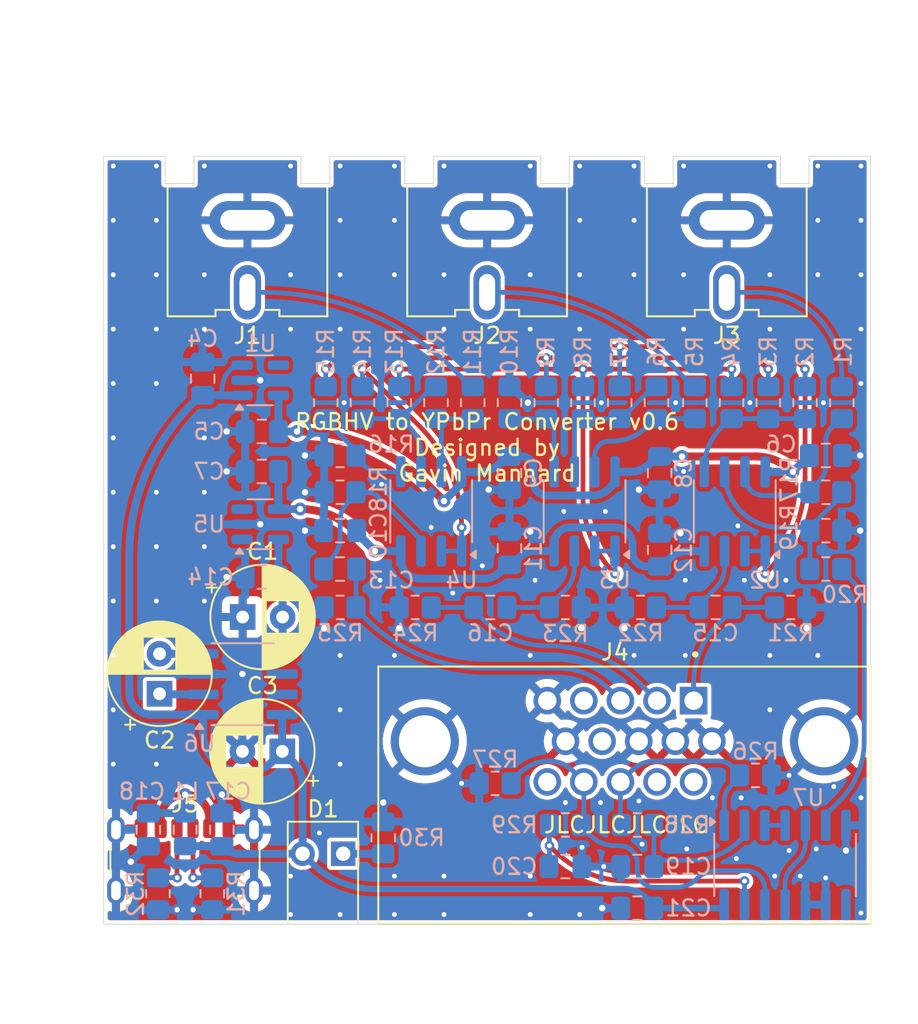
<source format=kicad_pcb>
(kicad_pcb (version 20241229) (generator "pcbnew") (generator_version "9.0")
  (title_block (title "RGBHV to YPbPr converter") (date "2025-05-28") (rev "v0.6"))
  (layers (0 "F.Cu" signal) (2 "B.Cu" signal) (13 "F.Paste" user) (15 "B.Paste" user) (5 "F.SilkS" user "F.Silkscreen") (7 "B.SilkS" user "B.Silkscreen") (1 "F.Mask" user) (3 "B.Mask" user) (25 "Edge.Cuts" user))
  (net 0 "")
  (net 1 "/B_IN")
  (net 2 "GND")
  (net 3 "Net-(U6-CAP+)")
  (net 4 "/G_IN")
  (net 5 "Net-(U6-CAP-)")
  (net 6 "+5V")
  (net 7 "/R_IN")
  (net 8 "Net-(C18-Pad1)")
  (net 9 "Net-(D1-K)")
  (net 10 "Net-(U4A-+)")
  (net 11 "Net-(U3A-+)")
  (net 12 "/VSYNC")
  (net 13 "/HSYNC")
  (net 14 "+3V0")
  (net 15 "/Y")
  (net 16 "/Pb")
  (net 17 "/Pr")
  (net 18 "-3V0")
  (net 19 "-5V")
  (net 20 "Net-(C19-Pad1)")
  (net 21 "Net-(C20-Pad1)")
  (net 27 "Net-(J5-CC2)")
  (net 28 "R_BUF")
  (net 29 "G_BUF")
  (net 30 "B_BUF")
  (net 31 "CSYNC")
  (net 32 "Net-(U3B-+)")
  (net 33 "Net-(U3B--)")
  (net 34 "Net-(U4B-+)")
  (net 35 "Net-(U4B--)")
  (net 36 "Net-(J5-CC1)")
  (net 37 "Net-(R1-Pad1)")
  (net 38 "Net-(U2A-+)")
  (net 39 "Net-(R5-Pad2)")
  (net 40 "Net-(R11-Pad2)")
  (net 41 "Net-(U2B-+)")
  (net 42 "Net-(U2B--)")
  (net 49 "Net-(U7-Pad3)")
  (net 50 "Net-(U7-Pad11)")
  (footprint "retro_gaming:CUI_RCJ-04x" (layer "F.Cu") (at 126.3 68.3 90)
    (property "Reference" "J1")
    (property "Value" "Pr")
  )
  (footprint "retro_gaming:CUI_RCJ-04x" (layer "F.Cu") (at 156.3 68.3 90)
    (property "Reference" "J3")
    (property "Value" "Y")
  )
  (footprint "retro_gaming:WP934" (layer "F.Cu") (at 131.025 111.9 90)
    (property "Reference" "D1")
    (property "Value" "WP934CB/ID")
  )
  (footprint "retro_gaming:AMPHENOL_L17HTHES4F1C" (layer "F.Cu") (at 149.895 104.87)
    (property "Reference" "J4")
    (property "Value" "DB15_Female_HighDensity_MountingHoles")
  )
  (footprint "retro_gaming:CUI_RCJ-04x" (layer "F.Cu") (at 141.3 68.3 90)
    (property "Reference" "J2")
    (property "Value" "Pb")
  )
  (footprint "Capacitor_THT:CP_Radial_D6.3mm_P2.50mm" (layer "F.Cu") (at 120.8 101.9 90)
    (property "Reference" "C2")
    (property "Value" "100u")
  )
  (footprint "Capacitor_THT:CP_Radial_D6.3mm_P2.50mm" (layer "F.Cu") (at 126 97.1)
    (property "Reference" "C1")
    (property "Value" "100u")
  )
  (footprint "Capacitor_THT:CP_Radial_D6.3mm_P2.50mm" (layer "F.Cu") (at 128.48238 105.5 180)
    (property "Reference" "C3")
    (property "Value" "100u")
  )
  (footprint "Connector_USB:USB_C_Receptacle_GCT_USB4125-xx-x-0190_6P_TopMnt_Horizontal" (layer "F.Cu") (at 122.391 113.4)
    (property "Reference" "J5")
    (property "Value" "USB_C_Receptacle_Power_Only")
  )
  (footprint "Package_SO:SOIC-8_3.9x4.9mm_P1.27mm" (layer "B.Cu") (at 156.8 90.5 90)
    (property "Reference" "U2")
    (property "Value" "LMH6612")
  )
  (footprint "Capacitor_SMD:C_0805_2012Metric_Pad1.18x1.45mm_HandSolder" (layer "B.Cu") (at 141.5 96.5 180)
    (property "Reference" "C16")
    (property "Value" "1u")
  )
  (footprint "Resistor_SMD:R_0805_2012Metric_Pad1.20x1.40mm_HandSolder" (layer "B.Cu") (at 154.3 83.7 -90)
    (property "Reference" "R5")
    (property "Value" "75")
  )
  (footprint "Capacitor_SMD:C_0805_2012Metric_Pad1.18x1.45mm_HandSolder" (layer "B.Cu") (at 124.7 110.4 90)
    (property "Reference" "C17")
    (property "Value" "1u")
  )
  (footprint "Capacitor_SMD:C_0805_2012Metric_Pad1.18x1.45mm_HandSolder" (layer "B.Cu") (at 146.2 112.7)
    (property "Reference" "C20")
    (property "Value" "1u")
  )
  (footprint "Resistor_SMD:R_0805_2012Metric_Pad1.20x1.40mm_HandSolder" (layer "B.Cu") (at 142.7 83.7 -90)
    (property "Reference" "R10")
    (property "Value" "1k")
  )
  (footprint "Resistor_SMD:R_0805_2012Metric_Pad1.20x1.40mm_HandSolder" (layer "B.Cu") (at 140.4 83.7 -90)
    (property "Reference" "R11")
    (property "Value" "75")
  )
  (footprint "Package_SO:SOIC-8_3.9x4.9mm_P1.27mm" (layer "B.Cu") (at 137.8 90.5 90)
    (property "Reference" "U4")
    (property "Value" "LMH6612")
  )
  (footprint "Resistor_SMD:R_0805_2012Metric_Pad1.20x1.40mm_HandSolder" (layer "B.Cu") (at 141.8 107.5 180)
    (property "Reference" "R27")
    (property "Value" "2.2k")
  )
  (footprint "Resistor_SMD:R_0805_2012Metric_Pad1.20x1.40mm_HandSolder" (layer "B.Cu") (at 133.5 83.7 -90)
    (property "Reference" "R14")
    (property "Value" "3.48k")
  )
  (footprint "Inductor_SMD:L_0805_2012Metric_Pad1.15x1.40mm_HandSolder" (layer "B.Cu") (at 122.4 110.4 -90)
    (property "Reference" "L1")
    (property "Value" "1k @ 100 kHz")
  )
  (footprint "Package_SO:SOIC-8_3.9x4.9mm_P1.27mm" (layer "B.Cu") (at 147.4 90.5 90)
    (property "Reference" "U3")
    (property "Value" "LMH6612")
  )
  (footprint "Capacitor_SMD:C_0805_2012Metric_Pad1.18x1.45mm_HandSolder" (layer "B.Cu") (at 127.2 88 180)
    (property "Reference" "C7")
    (property "Value" "10u")
  )
  (footprint "Resistor_SMD:R_0805_2012Metric_Pad1.20x1.40mm_HandSolder" (layer "B.Cu") (at 135.8 83.7 -90)
    (property "Reference" "R13")
    (property "Value" "665")
  )
  (footprint "Resistor_SMD:R_0805_2012Metric_Pad1.20x1.40mm_HandSolder" (layer "B.Cu") (at 156.6 83.7 -90)
    (property "Reference" "R4")
    (property "Value" "549")
  )
  (footprint "Resistor_SMD:R_0805_2012Metric_Pad1.20x1.40mm_HandSolder" (layer "B.Cu") (at 131.2 83.7 -90)
    (property "Reference" "R15")
    (property "Value" "1k")
  )
  (footprint "Capacitor_SMD:C_0805_2012Metric_Pad1.18x1.45mm_HandSolder" (layer "B.Cu") (at 132.1 94.1)
    (property "Reference" "C13")
    (property "Value" "1u")
  )
  (footprint "Capacitor_SMD:C_0805_2012Metric_Pad1.18x1.45mm_HandSolder" (layer "B.Cu") (at 155.6 96.5)
    (property "Reference" "C15")
    (property "Value" "1u")
  )
  (footprint "Resistor_SMD:R_0805_2012Metric_Pad1.20x1.40mm_HandSolder" (layer "B.Cu") (at 147.3 83.7 -90)
    (property "Reference" "R8")
    (property "Value" "845")
  )
  (footprint "Resistor_SMD:R_0805_2012Metric_Pad1.20x1.40mm_HandSolder" (layer "B.Cu") (at 134.8 110.9 -90)
    (property "Reference" "R30")
    (property "Value" "1k")
  )
  (footprint "Capacitor_SMD:C_0805_2012Metric_Pad1.18x1.45mm_HandSolder" (layer "B.Cu") (at 150.7 112.7 180)
    (property "Reference" "C19")
    (property "Value" "1u" (hide yes))
  )
  (footprint "Resistor_SMD:R_0805_2012Metric_Pad1.20x1.40mm_HandSolder" (layer "B.Cu") (at 163.5 83.7 90)
    (property "Reference" "R1")
    (property "Value" "75")
  )
  (footprint "Resistor_SMD:R_0805_2012Metric_Pad1.20x1.40mm_HandSolder" (layer "B.Cu") (at 162.5 94.1 180)
    (property "Reference" "R20")
    (property "Value" "4.64k")
  )
  (footprint "Resistor_SMD:R_0805_2012Metric_Pad1.20x1.40mm_HandSolder" (layer "B.Cu") (at 132.1 96.5 180)
    (property "Reference" "R25")
    (property "Value" "75")
  )
  (footprint "Resistor_SMD:R_0805_2012Metric_Pad1.20x1.40mm_HandSolder" (layer "B.Cu") (at 150.7 110.1 180)
    (property "Reference" "R28")
    (property "Value" "10k")
  )
  (footprint "Resistor_SMD:R_0805_2012Metric_Pad1.20x1.40mm_HandSolder" (layer "B.Cu") (at 162.5 91.7)
    (property "Reference" "R19")
    (property "Value" "634")
  )
  (footprint "Resistor_SMD:R_0805_2012Metric_Pad1.20x1.40mm_HandSolder" (layer "B.Cu") (at 132.1 89.3 180)
    (property "Reference" "R18")
    (property "Value" "100k")
  )
  (footprint "Resistor_SMD:R_0805_2012Metric_Pad1.20x1.40mm_HandSolder" (layer "B.Cu") (at 136.8 96.5 180)
    (property "Reference" "R24")
    (property "Value" "75")
  )
  (footprint "Capacitor_SMD:C_0805_2012Metric_Pad1.18x1.45mm_HandSolder" (layer "B.Cu") (at 162.5 87)
    (property "Reference" "C6")
    (property "Value" "0.1u")
  )
  (footprint "Resistor_SMD:R_0805_2012Metric_Pad1.20x1.40mm_HandSolder" (layer "B.Cu") (at 161.2 83.7 -90)
    (property "Reference" "R2")
    (property "Value" "1.07k")
  )
  (footprint "Capacitor_SMD:C_0805_2012Metric_Pad1.18x1.45mm_HandSolder" (layer "B.Cu") (at 152.1 92.9 -90)
    (property "Reference" "C12")
    (property "Value" "0.1u")
  )
  (footprint "Package_SO:SOIC-8_3.9x4.9mm_P1.27mm" (layer "B.Cu") (at 126 101.3)
    (property "Reference" "U6")
    (property "Value" "LM2660")
  )
  (footprint "Resistor_SMD:R_0805_2012Metric_Pad1.20x1.40mm_HandSolder" (layer "B.Cu") (at 151.9 83.7 -90)
    (property "Reference" "R6")
    (property "Value" "560")
  )
  (footprint "Resistor_SMD:R_0805_2012Metric_Pad1.20x1.40mm_HandSolder" (layer "B.Cu") (at 158.1 107)
    (property "Reference" "R26")
    (property "Value" "2.2k")
  )
  (footprint "Capacitor_SMD:C_0805_2012Metric_Pad1.18x1.45mm_HandSolder" (layer "B.Cu") (at 123.5 82.2 90)
    (property "Reference" "C4")
    (property "Value" "1u")
  )
  (footprint "Resistor_SMD:R_0805_2012Metric_Pad1.20x1.40mm_HandSolder" (layer "B.Cu") (at 162.5 89.3 180)
    (property "Reference" "R17")
    (property "Value" "560")
  )
  (footprint "Capacitor_SMD:C_0805_2012Metric_Pad1.18x1.45mm_HandSolder" (layer "B.Cu") (at 120.1 110.4 -90)
    (property "Reference" "C18")
    (property "Value" "0.1u")
  )
  (footprint "Resistor_SMD:R_0805_2012Metric_Pad1.20x1.40mm_HandSolder" (layer "B.Cu") (at 145 83.7 -90)
    (property "Reference" "R9")
    (property "Value" "1k")
  )
  (footprint "Package_TO_SOT_SMD:SOT-23-5" (layer "B.Cu") (at 127.1 91.3)
    (property "Reference" "U5")
    (property "Value" "MIC5270-3.0YM5")
  )
  (footprint "Capacitor_SMD:C_0805_2012Metric_Pad1.18x1.45mm_HandSolder" (layer "B.Cu") (at 152.1 88.1 -90)
    (property "Reference" "C8")
    (property "Value" "0.1u")
  )
  (footprint "Capacitor_SMD:C_0805_2012Metric_Pad1.18x1.45mm_HandSolder" (layer "B.Cu") (at 127.2 85.5 180)
    (property "Reference" "C5")
    (property "Value" "1u")
  )
  (footprint "Resistor_SMD:R_0805_2012Metric_Pad1.20x1.40mm_HandSolder" (layer "B.Cu") (at 160.3 96.5)
    (property "Reference" "R21")
    (property "Value" "75")
  )
  (footprint "Resistor_SMD:R_0805_2012Metric_Pad1.20x1.40mm_HandSolder" (layer "B.Cu") (at 132.1 87)
    (property "Reference" "R16")
    (property "Value" "1k")
  )
  (footprint "Resistor_SMD:R_0805_2012Metric_Pad1.20x1.40mm_HandSolder" (layer "B.Cu") (at 124.1 114.4 -90)
    (property "Reference" "R31")
    (property "Value" "5.1k")
  )
  (footprint "Resistor_SMD:R_0805_2012Metric_Pad1.20x1.40mm_HandSolder" (layer "B.Cu") (at 149.6 83.7 -90)
    (property "Reference" "R7")
    (property "Value" "1.65k")
  )
  (footprint "Capacitor_SMD:C_0805_2012Metric_Pad1.18x1.45mm_HandSolder" (layer "B.Cu") (at 142.7 92.8 -90)
    (property "Reference" "C11")
    (property "Value" "0.1u")
  )
  (footprint "Capacitor_SMD:C_0805_2012Metric_Pad1.18x1.45mm_HandSolder" (layer "B.Cu") (at 150.7 115.3 180)
    (property "Reference" "C21")
    (property "Value" "0.1u")
  )
  (footprint "Resistor_SMD:R_0805_2012Metric_Pad1.20x1.40mm_HandSolder" (layer "B.Cu") (at 138.1 83.7 -90)
    (property "Reference" "R12")
    (property "Value" "560")
  )
  (footprint "Capacitor_SMD:C_0805_2012Metric_Pad1.18x1.45mm_HandSolder" (layer "B.Cu") (at 132.1 91.7)
    (property "Reference" "C10")
    (property "Value" "0.1u")
  )
  (footprint "Resistor_SMD:R_0805_2012Metric_Pad1.20x1.40mm_HandSolder" (layer "B.Cu") (at 146.2 110.1)
    (property "Reference" "R29")
    (property "Value" "10k")
  )
  (footprint "Resistor_SMD:R_0805_2012Metric_Pad1.20x1.40mm_HandSolder" (layer "B.Cu") (at 158.9 83.7 -90)
    (property "Reference" "R3")
    (property "Value" "2.94k")
  )
  (footprint "Resistor_SMD:R_0805_2012Metric_Pad1.20x1.40mm_HandSolder" (layer "B.Cu") (at 146.2 96.5)
    (property "Reference" "R23")
    (property "Value" "100k")
  )
  (footprint "Capacitor_SMD:C_0805_2012Metric_Pad1.18x1.45mm_HandSolder" (layer "B.Cu") (at 127.2 94.6 180)
    (property "Reference" "C14")
    (property "Value" "1u")
  )
  (footprint "Package_TO_SOT_SMD:TSOT-23-5" (layer "B.Cu") (at 127.1 82.3)
    (property "Reference" "U1")
    (property "Value" "MIC5365-3.0YD5")
  )
  (footprint "Resistor_SMD:R_0805_2012Metric_Pad1.20x1.40mm_HandSolder" (layer "B.Cu") (at 120.7 114.4 -90)
    (property "Reference" "R32")
    (property "Value" "5.1k")
  )
  (footprint "Package_SO:SOIC-14_3.9x8.7mm_P1.27mm" (layer "B.Cu") (at 159.95 112.6 -90)
    (property "Reference" "U7")
    (property "Value" "74HCT86")
  )
  (footprint "Resistor_SMD:R_0805_2012Metric_Pad1.20x1.40mm_HandSolder" (layer "B.Cu") (at 150.9 96.5 180)
    (property "Reference" "R22")
    (property "Value" "100k")
  )
  (footprint "Capacitor_SMD:C_0805_2012Metric_Pad1.18x1.45mm_HandSolder" (layer "B.Cu") (at 142.7 88.1 -90)
    (property "Reference" "C9")
    (property "Value" "0.1u")
  )
  (gr_line (start 165.3 116.3) (end 117.3 116.3) (stroke (width 0.05)) (layer "Edge.Cuts"))
  (gr_line (start 117.3 116.3) (end 117.3 68.3) (stroke (width 0.05)) (layer "Edge.Cuts"))
  (gr_line (start 151.15 68.3) (end 151.15 70) (stroke (width 0.05)) (layer "Edge.Cuts"))
  (gr_line (start 165.3 68.3) (end 165.3 116.3) (stroke (width 0.05)) (layer "Edge.Cuts"))
  (gr_line (start 161.45 68.3) (end 161.45 70) (stroke (width 0.05)) (layer "Edge.Cuts"))
  (gr_line (start 144.65 70) (end 146.45 70) (stroke (width 0.05)) (layer "Edge.Cuts"))
  (gr_line (start 121.15 68.3) (end 121.15 70) (stroke (width 0.05)) (layer "Edge.Cuts"))
  (gr_line (start 137.95 70) (end 137.95 68.3) (stroke (width 0.05)) (layer "Edge.Cuts"))
  (gr_line (start 137.95 68.3) (end 144.65 68.3) (stroke (width 0.05)) (layer "Edge.Cuts"))
  (gr_line (start 121.15 70) (end 122.95 70) (stroke (width 0.05)) (layer "Edge.Cuts"))
  (gr_line (start 159.65 70) (end 159.65 68.3) (stroke (width 0.05)) (layer "Edge.Cuts"))
  (gr_line (start 122.95 70) (end 122.95 68.3) (stroke (width 0.05)) (layer "Edge.Cuts"))
  (gr_line (start 151.15 70) (end 152.95 70) (stroke (width 0.05)) (layer "Edge.Cuts"))
  (gr_line (start 159.65 70) (end 161.45 70) (stroke (width 0.05)) (layer "Edge.Cuts"))
  (gr_line (start 146.45 70) (end 146.45 68.3) (stroke (width 0.05)) (layer "Edge.Cuts"))
  (gr_line (start 161.45 68.3) (end 165.3 68.3) (stroke (width 0.05)) (layer "Edge.Cuts"))
  (gr_line (start 146.45 68.3) (end 151.15 68.3) (stroke (width 0.05)) (layer "Edge.Cuts"))
  (gr_line (start 117.3 68.3) (end 121.15 68.3) (stroke (width 0.05)) (layer "Edge.Cuts"))
  (gr_line (start 122.95 68.3) (end 129.65 68.3) (stroke (width 0.05)) (layer "Edge.Cuts"))
  (gr_line (start 129.65 70) (end 131.45 70) (stroke (width 0.05)) (layer "Edge.Cuts"))
  (gr_line (start 136.15 70) (end 137.95 70) (stroke (width 0.05)) (layer "Edge.Cuts"))
  (gr_line (start 152.95 68.3) (end 159.65 68.3) (stroke (width 0.05)) (layer "Edge.Cuts"))
  (gr_line (start 136.15 68.3) (end 136.15 70) (stroke (width 0.05)) (layer "Edge.Cuts"))
  (gr_line (start 129.65 68.3) (end 129.65 70) (stroke (width 0.05)) (layer "Edge.Cuts"))
  (gr_line (start 144.65 68.3) (end 144.65 70) (stroke (width 0.05)) (layer "Edge.Cuts"))
  (gr_line (start 152.95 70) (end 152.95 68.3) (stroke (width 0.05)) (layer "Edge.Cuts"))
  (gr_line (start 131.45 68.3) (end 136.15 68.3) (stroke (width 0.05)) (layer "Edge.Cuts"))
  (gr_line (start 131.45 70) (end 131.45 68.3) (stroke (width 0.05)) (layer "Edge.Cuts"))
  (gr_text "RGBHV to YPbPr Converter v0.6\nDesigned by\nGavin Mannard" (at 141.3 88.7 0) (layer "F.SilkS") (effects (font (size 1 1)) (justify bottom)))
  (gr_text "JLCJLCJLCJLC" (at 150 110.1 0) (layer "F.SilkS") (effects (font (size 1 1))))
  (segment (start 133.1 96.6) (end 133.664489 97.164489) (width 0.3) (layer "B.Cu") (net 1))
  (segment (start 133.1 96.5) (end 133.1 94.1375) (width 0.3) (layer "B.Cu") (net 1))
  (segment (start 133.1 94.1375) (end 133.1375 94.1) (width 0.3) (layer "B.Cu") (net 1))
  (segment (start 141.234282 100.3) (end 145.766582 100.3) (width 0.3) (layer "B.Cu") (net 1))
  (segment (start 133.1 96.5) (end 133.1 96.6) (width 0.3) (layer "B.Cu") (net 1))
  (segment (start 148.922028 101.607028) (end 149.645 102.33) (width 0.3) (layer "B.Cu") (net 1))
  (arc (start 133.664489 97.164489) (mid 137.13754 99.485107) (end 141.234282 100.3) (width 0.3) (layer "B.Cu") (net 1))
  (arc (start 145.766582 100.3) (mid 147.474297 100.639686) (end 148.922028 101.607028) (width 0.3) (layer "B.Cu") (net 1))
  (via (at 159.3 113.3) (size 0.6) (drill 0.3) (layers "F.Cu" "B.Cu") (net 2))
  (via (at 148.5 115.3) (size 0.8) (drill 0.4) (layers "F.Cu" "B.Cu") (net 2))
  (via (at 123.6 85.9) (size 0.6) (drill 0.3) (layers "F.Cu" "B.Cu") (net 2))
  (via (at 123.6 89.3) (size 0.6) (drill 0.3) (layers "F.Cu" "B.Cu") (net 2))
  (via (at 161.9 111.6) (size 0.6) (drill 0.3) (layers "F.Cu" "B.Cu") (net 2))
  (via (at 160.2 111.7) (size 0.6) (drill 0.3) (layers "F.Cu" "B.Cu") (net 2))
  (via (at 120.6 96.1) (size 0.6) (drill 0.3) (layers "F.Cu" "B.Cu") (net 2))
  (via (at 161.3 97.8) (size 0.8) (drill 0.4) (layers "F.Cu" "B.Cu") (net 2))
  (via (at 119 112.4) (size 0.8) (drill 0.4) (layers "F.Cu" "B.Cu") (net 2))
  (via (at 144 113.3) (size 0.6) (drill 0.3) (layers "F.Cu" "B.Cu") (net 2))
  (via (at 123.6 75.7) (size 0.6) (drill 0.3) (layers "F.Cu" "B.Cu") (net 2))
  (via (at 162.35 83.7) (size 0.6) (drill 0.3) (layers "F.Cu" "B.Cu") (net 2))
  (via (at 138.6 113.3) (size 0.6) (drill 0.3) (layers "F.Cu" "B.Cu") (net 2))
  (via (at 153.4 91.8625) (size 0.8) (drill 0.4) (layers "F.Cu" "B.Cu") (net 2))
  (via (at 127.1 91.3) (size 0.8) (drill 0.4) (layers "F.Cu" "B.Cu") (net 2))
  (via (at 129 115.7) (size 0.6) (drill 0.3) (layers "F.Cu" "B.Cu") (net 2))
  (via (at 123.6 79.1) (size 0.6) (drill 0.3) (layers "F.Cu" "B.Cu") (net 2))
  (via (at 138.6 79.1) (size 0.6) (drill 0.3) (layers "F.Cu" "B.Cu") (net 2))
  (via (at 125 88) (size 0.8) (drill 0.4) (layers "F.Cu" "B.Cu") (net 2))
  (via (at 148.45 83.7) (size 0.6) (drill 0.3) (layers "F.Cu" "B.Cu") (net 2))
  (via (at 135.5 68.9) (size 0.6) (drill 0.3) (layers "F.Cu" "B.Cu") (net 2))
  (via (at 148.4 108.7) (size 0.6) (drill 0.3) (layers "F.Cu" "B.Cu") (net 2))
  (via (at 129 75.7) (size 0.6) (drill 0.3) (layers "F.Cu" "B.Cu") (net 2))
  (via (at 141.4 89.1375) (size 0.8) (drill 0.4) (layers "F.Cu" "B.Cu") (net 2))
  (via (at 120.6 89.3) (size 0.6) (drill 0.3) (layers "F.Cu" "B.Cu") (net 2))
  (via (at 117.9 72.3) (size 0.6) (drill 0.3) (layers "F.Cu" "B.Cu") (net 2))
  (via (at 162.49 113.41) (size 0.6) (drill 0.3) (layers "F.Cu" "B.Cu") (net 2))
  (via (at 117.9 96.1) (size 0.6) (drill 0.3) (layers "F.Cu" "B.Cu") (net 2))
  (via (at 132.1 99.5) (size 0.6) (drill 0.3) (layers "F.Cu" "B.Cu") (net 2))
  (via (at 156.9 112.2) (size 0.6) (drill 0.3) (layers "F.Cu" "B.Cu") (net 2))
  (via (at 144 91.7625) (size 0.8) (drill 0.4) (layers "F.Cu" "B.Cu") (net 2))
  (via (at 159 102.9) (size 0.6) (drill 0.3) (layers "F.Cu" "B.Cu") (net 2))
  (via (at 163 107.7) (size 0.6) (drill 0.3) (layers "F.Cu" "B.Cu") (net 2))
  (via (at 117.9 89.3) (size 0.6) (drill 0.3) (layers "F.Cu" "B.Cu") (net 2))
  (via (at 135.5 115.7) (size 0.6) (drill 0.3) (layers "F.Cu" "B.Cu") (net 2))
  (via (at 132.1 75.7) (size 0.6) (drill 0.3) (layers "F.Cu" "B.Cu") (net 2))
  (via (at 125.98238 100.665) (size 0.8) (drill 0.4) (layers "F.Cu" "B.Cu") (net 2))
  (via (at 123.6 92.7) (size 0.6) (drill 0.3) (layers "F.Cu" "B.Cu") (net 2))
  (via (at 120.6 106.3) (size 0.6) (drill 0.3) (layers "F.Cu" "B.Cu") (net 2))
  (via (at 134.6 94.8) (size 0.6) (drill 0.3) (layers "F.Cu" "B.Cu") (net 2))
  (via (at 124.7 108.2) (size 0.8) (drill 0.4) (layers "F.Cu" "B.Cu") (net 2))
  (via (at 138.6 68.9) (size 0.6) (drill 0.3) (layers "F.Cu" "B.Cu") (net 2))
  (via (at 129 113.3) (size 0.6) (drill 0.3) (layers "F.Cu" "B.Cu") (net 2))
  (via (at 153.8 111.6) (size 0.6) (drill 0.3) (layers "F.Cu" "B.Cu") (net 2))
  (via (at 135.5 72.3) (size 0.6) (drill 0.3) (layers "F.Cu" "B.Cu") (net 2))
  (via (at 147.1 72.3) (size 0.6) (drill 0.3) (layers "F.Cu" "B.Cu") (net 2))
  (via (at 164.7 75.7) (size 0.6) (drill 0.3) (layers "F.Cu" "B.Cu") (net 2))
  (via (at 147.2375 111.5) (size 0.6) (drill 0.3) (layers "F.Cu" "B.Cu") (net 2))
  (via (at 153.6 79.1) (size 0.6) (drill 0.3) (layers "F.Cu" "B.Cu") (net 2))
  (via (at 120.6 82.5) (size 0.6) (drill 0.3) (layers "F.Cu" "B.Cu") (net 2))
  (via (at 135.5 75.7) (size 0.6) (drill 0.3) (layers "F.Cu" "B.Cu") (net 2))
  (via (at 159 99.5) (size 0.6) (drill 0.3) (layers "F.Cu" "B.Cu") (net 2))
  (via (at 153.7 99.5) (size 0.6) (drill 0.3) (layers "F.Cu" "B.Cu") (net 2))
  (via (at 150.8 108.6) (size 0.6) (drill 0.3) (layers "F.Cu" "B.Cu") (net 2))
  (via (at 144 75.7) (size 0.6) (drill 0.3) (layers "F.Cu" "B.Cu") (net 2))
  (via (at 144 68.9) (size 0.6) (drill 0.3) (layers "F.Cu" "B.Cu") (net 2))
  (via (at 122.9 115.4) (size 0.6858) (drill 0.3302) (layers "F.Cu" "B.Cu") (net 2))
  (via (at 162 99.5) (size 0.6) (drill 0.3) (layers "F.Cu" "B.Cu") (net 2))
  (via (at 134.7 88.8) (size 0.6) (drill 0.3) (layers "F.Cu" "B.Cu") (net 2))
  (via (at 132.1 79.1) (size 0.6) (drill 0.3) (layers "F.Cu" "B.Cu") (net 2))
  (via (at 129 79.1) (size 0.6) (drill 0.3) (layers "F.Cu" "B.Cu") (net 2))
  (via (at 139.15 95.6) (size 0.6) (drill 0.3) (layers "F.Cu" "B.Cu") (net 2))
  (via (at 157.75 83.7) (size 0.6) (drill 0.3) (layers "F.Cu" "B.Cu") (net 2))
  (via (at 132.1 102.9) (size 0.6) (drill 0.3) (layers "F.Cu" "B.Cu") (net 2))
  (via (at 127.1 82.3) (size 0.8) (drill 0.4) (layers "F.Cu" "B.Cu") (net 2))
  (via (at 117.9 106.3) (size 0.6) (drill 0.3) (layers "F.Cu" "B.Cu") (net 2))
  (via (at 117.9 82.5) (size 0.6) (drill 0.3) (layers "F.Cu" "B.Cu") (net 2))
  (via (at 123.6 68.9) (size 0.6) (drill 0.3) (layers "F.Cu" "B.Cu") (net 2))
  (via (at 144 115.7) (size 0.6) (drill 0.3) (layers "F.Cu" "B.Cu") (net 2))
  (via (at 150.5 72.3) (size 0.6) (drill 0.3) (layers "F.Cu" "B.Cu") (net 2))
  (via (at 141 93.9) (size 0.6) (drill 0.3) (layers "F.Cu" "B.Cu") (net 2))
  (via (at 153.7 94.8) (size 0.6) (drill 0.3) (layers "F.Cu" "B.Cu") (net 2))
  (via (at 117.9 92.7) (size 0.6) (drill 0.3) (layers "F.Cu" "B.Cu") (net 2))
  (via (at 157.4 94.8) (size 0.6) (drill 0.3) (layers "F.Cu" "B.Cu") (net 2))
  (via (at 117.9 102.9) (size 0.6) (drill 0.3) (layers "F.Cu" "B.Cu") (net 2))
  (via (at 135.5 113.3) (size 0.6) (drill 0.3) (layers "F.Cu" "B.Cu") (net 2))
  (via (at 164.7 115.6) (size 0.6) (drill 0.3) (layers "F.Cu" "B.Cu") (net 2))
  (via (at 129.9 89.3) (size 0.8) (drill 0.4) (layers "F.Cu" "B.Cu") (net 2))
  (via (at 157 91.4) (size 0.6) (drill 0.3) (layers "F.Cu" "B.Cu") (net 2))
  (via (at 129 68.9) (size 0.6) (drill 0.3) (layers "F.Cu" "B.Cu") (net 2))
  (via (at 148.6 112.7) (size 0.6) (drill 0.3) (layers "F.Cu" "B.Cu") (net 2))
  (via (at 155.4 108.4) (size 0.6) (drill 0.3) (layers "F.Cu" "B.Cu") (net 2))
  (via (at 153.1 83.7) (size 0.6) (drill 0.3) (layers "F.Cu" "B.Cu") (net 2))
  (via (at 147.1 75.7) (size 0.6) (drill 0.3) (layers "F.Cu" "B.Cu") (net 2))
  (via (at 120.6 92.7) (size 0.6) (drill 0.3) (layers "F.Cu" "B.Cu") (net 2))
  (via (at 132.1 72.3) (size 0.6) (drill 0.3) (layers "F.Cu" "B.Cu") (net 2))
  (via (at 132.1 68.9) (size 0.6) (drill 0.3) (layers "F.Cu" "B.Cu") (net 2))
  (via (at 137.8 91.5) (size 0.6) (drill 0.3) (layers "F.Cu" "B.Cu") (net 2))
  (via (at 135.8 97.8) (size 0.8) (drill 0.4) (layers "F.Cu" "B.Cu") (net 2))
  (via (at 129.9 87) (size 0.8) (drill 0.4) (layers "F.Cu" "B.Cu") (net 2))
  (via (at 150.5 68.9) (size 0.6) (drill 0.3) (layers "F.Cu" "B.Cu") (net 2))
  (via (at 160 94.8) (size 0.6) (drill 0.3) (layers "F.Cu" "B.Cu") (net 2))
  (via (at 135.5 99.5) (size 0.6) (drill 0.3) (layers "F.Cu" "B.Cu") (net 2))
  (via (at 159 79.1) (size 0.6) (drill 0.3) (layers "F.Cu" "B.Cu") (net 2))
  (via (at 159 75.7) (size 0.6) (drill 0.3) (layers "F.Cu" "B.Cu") (net 2))
  (via (at 123.6 96.1) (size 0.6) (drill 0.3) (layers "F.Cu" "B.Cu") (net 2))
  (via (at 164.65 91.7) (size 0.8) (drill 0.4) (layers "F.Cu" "B.Cu") (net 2))
  (via (at 132.35 83.7) (size 0.6) (drill 0.3) (layers "F.Cu" "B.Cu") (net 2))
  (via (at 144 99.5) (size 0.6) (drill 0.3) (layers "F.Cu" "B.Cu") (net 2))
  (via (at 164.7 72.3) (size 0.6) (drill 0.3) (layers "F.Cu" "B.Cu") (net 2))
  (via (at 125 85.5) (size 0.8) (drill 0.4) (layers "F.Cu" "B.Cu") (net 2))
  (via (at 144.3 94.8) (size 0.6) (drill 0.3) (layers "F.Cu" "B.Cu") (net 2))
  (via (at 149.9 97.8) (size 0.8) (drill 0.4) (layers "F.Cu" "B.Cu") (net 2))
  (via (at 143.85 83.7) (size 0.8) (drill 0.4) (layers "F.Cu" "B.Cu") (net 2))
  (via (at 150.8 89.1375) (size 0.8) (drill 0.4) (layers "F.Cu" "B.Cu") (net 2))
  (via (at 162 75.7) (size 0.6) (drill 0.3) (layers "F.Cu" "B.Cu") (net 2))
  (via (at 120.6 72.3) (size 0.6) (drill 0.3) (layers "F.Cu" "B.Cu") (net 2))
  (via (at 148.7 90.5) (size 0.6) (drill 0.3) (layers "F.Cu" "B.Cu") (net 2))
  (via (at 160.2 107) (size 0.6) (drill 0.3) (layers "F.Cu" "B.Cu") (net 2))
  (via (at 159 68.9) (size 0.6) (drill 0.3) (layers "F.Cu" "B.Cu") (net 2))
  (via (at 146.1 90.5) (size 0.6) (drill 0.3) (layers "F.Cu" "B.Cu") (net 2))
  (via (at 117.9 99.5) (size 0.6) (drill 0.3) (layers "F.Cu" "B.Cu") (net 2))
  (via (at 164.7 82.5) (size 0.6) (drill 0.3) (layers "F.Cu" "B.Cu") (net 2))
  (via (at 147.1 68.9) (size 0.6) (drill 0.3) (layers "F.Cu" "B.Cu") (net 2))
  (via (at 117.9 79.1) (size 0.6) (drill 0.3) (layers "F.Cu" "B.Cu") (net 2))
  (via (at 120.6 75.7) (size 0.6) (drill 0.3) (layers "F.Cu" "B.Cu") (net 2))
  (via (at 131.1 97.8) (size 0.8) (drill 0.4) (layers "F.Cu" "B.Cu") (net 2))
  (via (at 146.2 108.7) (size 0.6) (drill 0.3) (layers "F.Cu" "B.Cu") (net 2))
  (via (at 129.9 91.7) (size 0.8) (drill 0.4) (layers "F.Cu" "B.Cu") (net 2))
  (via (at 130.8 110.6) (size 0.6) (drill 0.3) (layers "F.Cu" "B.Cu") (net 2))
  (via (at 164.7 79.1) (size 0.6) (drill 0.3) (layers "F.Cu" "B.Cu") (net 2))
  (via (at 147.1 79.1) (size 0.6) (drill 0.3) (layers "F.Cu" "B.Cu") (net 2))
  (via (at 132.1 106.3) (size 0.6) (drill 0.3) (layers "F.Cu" "B.Cu") (net 2))
  (via (at 164.7 108.4) (size 0.6) (drill 0.3) (layers "F.Cu" "B.Cu") (net 2))
  (via (at 125 94.6) (size 0.8) (drill 0.4) (layers "F.Cu" "B.Cu") (net 2))
  (via (at 134.8 108.7) (size 0.8) (drill 0.4) (layers "F.Cu" "B.Cu") (net 2))
  (via (at 117.9 75.7) (size 0.6) (drill 0.3) (layers "F.Cu" "B.Cu") (net 2))
  (via (at 151 111.3) (size 0.6) (drill 0.3) (layers "F.Cu" "B.Cu") (net 2))
  (via (at 120.6 68.9) (size 0.6) (drill 0.3) (layers "F.Cu" "B.Cu") (net 2))
  (via (at 162 68.9) (size 0.6) (drill 0.3) (layers "F.Cu" "B.Cu") (net 2))
  (via (at 163.76 111.7) (size 0.8) (drill 0.4) (layers "F.Cu" "B.Cu") (net 2))
  (via (at 164.65 87) (size 0.8) (drill 0.4) (layers "F.Cu" "B.Cu") (net 2))
  (via (at 153.6 75.7) (size 0.6) (drill 0.3) (layers "F.Cu" "B.Cu") (net 2))
  (via (at 150.5 99.5) (size 0.6) (drill 0.3) (layers "F.Cu" "B.Cu") (net 2))
  (via (at 160.9 113.3) (size 0.6) (drill 0.3) (layers "F.Cu" "B.Cu") (net 2))
  (via (at 153.6 68.9) (size 0.6) (drill 0.3) (layers "F.Cu" "B.Cu") (net 2))
  (via (at 153.6 88) (size 0.6) (drill 0.3) (layers "F.Cu" "B.Cu") (net 2))
  (via (at 120.6 79.1) (size 0.6) (drill 0.3) (layers "F.Cu" "B.Cu") (net 2))
  (via (at 162 72.3) (size 0.6) (drill 0.3) (layers "F.Cu" "B.Cu") (net 2))
  (via (at 138.6 115.7) (size 0.6) (drill 0.3) (layers "F.Cu" "B.Cu") (net 2))
  (via (at 147.1 115.7) (size 0.6) (drill 0.3) (layers "F.Cu" "B.Cu") (net 2))
  (via (at 121.9 115.4) (size 0.6858) (drill 0.3302) (layers "F.Cu" "B.Cu") (net 2))
  (via (at 117.9 68.9) (size 0.6) (drill 0.3) (layers "F.Cu" "B.Cu") (net 2))
  (via (at 144 79.1) (size 0.6) (drill 0.3) (layers "F.Cu" "B.Cu") (net 2))
  (via (at 164.7 68.9) (size 0.6) (drill 0.3) (layers "F.Cu" "B.Cu") (net 2))
  (via (at 157.2 108.4) (size 0.6) (drill 0.3) (layers "F.Cu" "B.Cu") (net 2))
  (via (at 147.2 97.8) (size 0.8) (drill 0.4) (layers "F.Cu" "B.Cu") (net 2))
  (via (at 117.9 85.9) (size 0.6) (drill 0.3) (layers "F.Cu" "B.Cu") (net 2))
  (via (at 132.1 115.7) (size 0.6) (drill 0.3) (layers "F.Cu" "B.Cu") (net 2))
  (via (at 138.6 75.7) (size 0.6) (drill 0.3) (layers "F.Cu" "B.Cu") (net 2))
  (via (at 150.5 75.7) (size 0.6) (drill 0.3) (layers "F.Cu" "B.Cu") (net 2))
  (via (at 139.7 107.5) (size 0.6) (drill 0.3) (layers "F.Cu" "B.Cu") (net 2))
  (segment (start 126.1625 88) (end 125 88) (width 0.5) (layer "B.Cu") (net 2))
  (segment (start 125.98238 105.5) (end 125.98238 100.665) (width 0.5) (layer "B.Cu") (net 2))
  (segment (start 131.1 87) (end 129.9 87) (width 0.5) (layer "B.Cu") (net 2))
  (segment (start 142.85 82.7) (end 142.7 82.7) (width 0.5) (layer "B.Cu") (net 2))
  (segment (start 148.6 112.7) (end 149.6625 112.7) (width 0.3) (layer "B.Cu") (net 2))
  (segment (start 124.7 108.2) (end 124.7 109.3625) (width 0.5) (layer "B.Cu") (net 2))
  (segment (start 126.1625 85.5) (end 125 85.5) (width 0.5) (layer "B.Cu") (net 2))
  (segment (start 134.8 109.9) (end 134.8 108.7) (width 0.5) (layer "B.Cu") (net 2))
  (segment (start 163.76 111.7) (end 163.76 110.125) (width 0.4) (layer "B.Cu") (net 2))
  (segment (start 147.2375 112.7) (end 147.2375 111.5) (width 0.3) (layer "B.Cu") (net 2))
  (segment (start 125.98238 100.665) (end 123.525 100.665) (width 0.5) (layer "B.Cu") (net 2))
  (segment (start 144 91.7625) (end 142.7 91.7625) (width 0.5) (layer "B.Cu") (net 2))
  (segment (start 126.1625 94.6) (end 125 94.6) (width 0.5) (layer "B.Cu") (net 2))
  (segment (start 163.5 91.7) (end 164.65 91.7) (width 0.5) (layer "B.Cu") (net 2))
  (segment (start 125.9625 82.3) (end 127.1 82.3) (width 0.5) (layer "B.Cu") (net 2))
  (segment (start 153.4 91.8625) (end 152.1 91.8625) (width 0.5) (layer "B.Cu") (net 2))
  (segment (start 131.1 89.3) (end 129.9 89.3) (width 0.5) (layer "B.Cu") (net 2))
  (segment (start 149.6625 115.3) (end 148.5 115.3) (width 0.5) (layer "B.Cu") (net 2))
  (segment (start 147.2 96.5) (end 147.2 97.8) (width 0.5) (layer "B.Cu") (net 2))
  (segment (start 131.1 96.5) (end 131.1 97.8) (width 0.5) (layer "B.Cu") (net 2))
  (segment (start 120.1 111.4375) (end 119.9625 111.4375) (width 0.5) (layer "B.Cu") (net 2))
  (segment (start 161.3 96.5) (end 161.3 97.8) (width 0.5) (layer "B.Cu") (net 2))
  (segment (start 135.8 96.5) (end 135.8 97.8) (width 0.5) (layer "B.Cu") (net 2))
  (segment (start 150.8 89.1375) (end 152.1 89.1375) (width 0.5) (layer "B.Cu") (net 2))
  (segment (start 159.1 107) (end 160.2 107) (width 0.3) (layer "B.Cu") (net 2))
  (segment (start 140.8 107.5) (end 139.7 107.5) (width 0.3) (layer "B.Cu") (net 2))
  (segment (start 119.9625 111.4375) (end 119 112.4) (width 0.5) (layer "B.Cu") (net 2))
  (segment (start 141.4 89.1375) (end 142.7 89.1375) (width 0.5) (layer "B.Cu") (net 2))
  (segment (start 143.85 83.7) (end 142.85 82.7) (width 0.5) (layer "B.Cu") (net 2))
  (segment (start 120.7 115.4) (end 121.9 115.4) (width 0.3) (layer "B.Cu") (net 2))
  (segment (start 131.0625 91.7) (end 129.9 91.7) (width 0.5) (layer "B.Cu") (net 2))
  (segment (start 162.49 113.41) (end 162.49 115.075) (width 0.3) (layer "B.Cu") (net 2))
  (segment (start 149.9 96.5) (end 149.9 97.8) (width 0.5) (layer "B.Cu") (net 2))
  (segment (start 125.9625 91.3) (end 127.1 91.3) (width 0.5) (layer "B.Cu") (net 2))
  (segment (start 161.22 115.075) (end 162.49 115.075) (width 0.3) (layer "B.Cu") (net 2))
  (segment (start 124.1 115.4) (end 122.9 115.4) (width 0.3) (layer "B.Cu") (net 2))
  (segment (start 163.5375 87) (end 164.65 87) (width 0.5) (layer "B.Cu") (net 2))
  (segment (start 123.525 101.935) (end 120.835 101.935) (width 0.5) (layer "B.Cu") (net 3))
  (segment (start 120.835 101.935) (end 120.8 101.9) (width 0.5) (layer "B.Cu") (net 3))
  (segment (start 140.4625 96.5) (end 140.4625 96.6625) (width 0.3) (layer "B.Cu") (net 4))
  (segment (start 140.4625 96.6625) (end 141.005837 97.205837) (width 0.3) (layer "B.Cu") (net 4))
  (segment (start 137.8 96.5) (end 140.4625 96.5) (width 0.3) (layer "B.Cu") (net 4))
  (segment (start 150.915543 101.310543) (end 151.935 102.33) (width 0.3) (layer "B.Cu") (net 4))
  (arc (start 141.005837 97.205837) (mid 142.882378 98.459701) (end 145.095908 98.9) (width 0.3) (layer "B.Cu") (net 4))
  (arc (start 150.915543 101.310543) (mid 148.245503 99.52648) (end 145.095908 98.9) (width 0.3) (layer "B.Cu") (net 4))
  (segment (start 120.805 99.395) (end 120.8 99.4) (width 0.5) (layer "B.Cu") (net 5))
  (segment (start 123.525 99.395) (end 120.805 99.395) (width 0.5) (layer "B.Cu") (net 5))
  (segment (start 129.755 111.9) (end 130.331045 112.476045) (width 0.4) (layer "B.Cu") (net 6))
  (segment (start 128.475 103.205) (end 128.475 105.49262) (width 0.5) (layer "B.Cu") (net 6))
  (segment (start 123.5125 83.25) (end 123.5 83.2375) (width 0.5) (layer "B.Cu") (net 6))
  (segment (start 155.915 115.3) (end 156.14 115.075) (width 0.4) (layer "B.Cu") (net 6))
  (segment (start 129.197853 106.215473) (end 128.48238 105.5) (width 0.5) (layer "B.Cu") (net 6))
  (segment (start 151.332923 114.732923) (end 151.7375 115.1375) (width 0.4) (layer "B.Cu") (net 6))
  (segment (start 122.4 111.425) (end 124.2125 111.425) (width 0.5) (layer "B.Cu") (net 6))
  (segment (start 123.525 104.369177) (end 123.525 103.205) (width 0.5) (layer "B.Cu") (net 6))
  (segment (start 124.225 111.4375) (end 124.7 111.4375) (width 0.5) (layer "B.Cu") (net 6))
  (segment (start 125.5 81.35) (end 125.260164 81.589836) (width 0.3) (layer "B.Cu") (net 6))
  (segment (start 125.9625 81.35) (end 125.5 81.35) (width 0.3) (layer "B.Cu") (net 6))
  (segment (start 134.25162 114.1) (end 149.804911 114.1) (width 0.4) (layer "B.Cu") (net 6))
  (segment (start 122.873674 83.726326) (end 123.3625 83.2375) (width 0.5) (layer "B.Cu") (net 6))
  (segment (start 124.2125 111.425) (end 124.225 111.4375) (width 0.5) (layer "B.Cu") (net 6))
  (segment (start 126.428908 106.751) (end 125.906823 106.751) (width 0.5) (layer "B.Cu") (net 6))
  (segment (start 129.755 111.9) (end 125.816572 111.9) (width 0.5) (layer "B.Cu") (net 6))
  (segment (start 128.48238 105.5) (end 127.798814 106.183566) (width 0.5) (layer "B.Cu") (net 6))
  (segment (start 151.7375 115.1375) (end 151.7375 115.3) (width 0.4) (layer "B.Cu") (net 6))
  (segment (start 123.525 103.205) (end 120.29074 103.205) (width 0.5) (layer "B.Cu") (net 6))
  (segment (start 123.3625 83.2375) (end 123.5 83.2375) (width 0.5) (layer "B.Cu") (net 6))
  (segment (start 128.475 105.49262) (end 128.48238 105.5) (width 0.5) (layer "B.Cu") (net 6))
  (segment (start 124.7 83.25) (end 123.5125 83.25) (width 0.5) (layer "B.Cu") (net 6))
  (segment (start 151.7375 115.3) (end 155.915 115.3) (width 0.4) (layer "B.Cu") (net 6))
  (segment (start 118.9 101.81426) (end 118.9 93.319624) (width 0.5) (layer "B.Cu") (net 6))
  (segment (start 124.7 82.942193) (end 124.7 83.25) (width 0.3) (layer "B.Cu") (net 6))
  (segment (start 125.9625 83.25) (end 124.7 83.25) (width 0.5) (layer "B.Cu") (net 6))
  (segment (start 129.755 111.9) (end 129.755 107.560545) (width 0.5) (layer "B.Cu") (net 6))
  (arc (start 130.331045 112.476045) (mid 132.12982 113.677948) (end 134.25162 114.1) (width 0.4) (layer "B.Cu") (net 6))
  (arc (start 125.816572 111.9) (mid 125.212289 111.779801) (end 124.7 111.4375) (width 0.5) (layer "B.Cu") (net 6))
  (arc (start 120.29074 103.205) (mid 119.307338 102.797662) (end 118.9 101.81426) (width 0.5) (layer "B.Cu") (net 6))
  (arc (start 125.260164 81.589836) (mid 124.845581 82.210303) (end 124.7 82.942193) (width 0.3) (layer "B.Cu") (net 6))
  (arc (start 122.873674 83.726326) (mid 119.932724 88.127769) (end 118.9 93.319624) (width 0.5) (layer "B.Cu") (net 6))
  (arc (start 127.798814 106.183566) (mid 127.170296 106.603528) (end 126.428908 106.751) (width 0.5) (layer "B.Cu") (net 6))
  (arc (start 123.525 104.369177) (mid 124.22262 106.05338) (end 125.906823 106.751) (width 0.5) (layer "B.Cu") (net 6))
  (arc (start 151.332923 114.732923) (mid 150.631865 114.264491) (end 149.804911 114.1) (width 0.4) (layer "B.Cu") (net 6))
  (arc (start 129.197853 106.215473) (mid 129.610202 106.832597) (end 129.755 107.560545) (width 0.5) (layer "B.Cu") (net 6))
  (segment (start 155.7544 97.5456) (end 156.6375 96.6625) (width 0.3) (layer "B.Cu") (net 7))
  (segment (start 156.6375 96.6625) (end 156.6375 96.5) (width 0.3) (layer "B.Cu") (net 7))
  (segment (start 154.225 102.33) (end 154.225 101.237898) (width 0.3) (layer "B.Cu") (net 7))
  (segment (start 159.3 96.5) (end 156.6375 96.5) (width 0.3) (layer "B.Cu") (net 7))
  (arc (start 154.225 101.237898) (mid 154.622478 99.239641) (end 155.7544 97.5456) (width 0.3) (layer "B.Cu") (net 7))
  (segment (start 120.871 110.32) (end 120.871 109.728995) (width 0.5) (layer "F.Cu") (net 8))
  (segment (start 123.911 110.32) (end 123.911 109.710996) (width 0.5) (layer "F.Cu") (net 8))
  (via (at 122.4 108.2) (size 0.8) (drill 0.4) (layers "F.Cu" "B.Cu") (net 8))
  (arc (start 120.871 109.728995) (mid 121.318832 108.647832) (end 122.4 108.2) (width 0.5) (layer "F.Cu") (net 8))
  (arc (start 123.911 109.710996) (mid 123.46844 108.64256) (end 122.4 108.2) (width 0.5) (layer "F.Cu") (net 8))
  (segment (start 122.4 109.375) (end 122.4 108.2) (width 0.5) (layer "B.Cu") (net 8))
  (segment (start 122.4 109.375) (end 122.3875 109.3625) (width 0.5) (layer "B.Cu") (net 8))
  (segment (start 122.3875 109.3625) (end 120.1 109.3625) (width 0.5) (layer "B.Cu") (net 8))
  (segment (start 132.295 111.9) (end 134.8 111.9) (width 0.5) (layer "B.Cu") (net 9))
  (segment (start 133.1 89.4) (end 133.1 89.3) (width 0.3) (layer "B.Cu") (net 10))
  (segment (start 131.0625 93.9375) (end 131.55891 93.44109) (width 0.3) (layer "B.Cu") (net 10))
  (segment (start 133.750115 89.3) (end 133.1 89.3) (width 0.3) (layer "B.Cu") (net 10))
  (segment (start 132.571236 89.928764) (end 133.1 89.4) (width 0.3) (layer "B.Cu") (net 10))
  (segment (start 137.165 92.975) (end 137.165 92.265) (width 0.3) (layer "B.Cu") (net 10))
  (segment (start 137.165 92.265) (end 134.518116 89.618116) (width 0.3) (layer "B.Cu") (net 10))
  (segment (start 131.0625 94.1) (end 131.0625 93.9375) (width 0.3) (layer "B.Cu") (net 10))
  (segment (start 132.1 92.134784) (end 132.1 91.066429) (width 0.3) (layer "B.Cu") (net 10))
  (arc (start 132.571236 89.928764) (mid 132.22247 90.450729) (end 132.1 91.066429) (width 0.3) (layer "B.Cu") (net 10))
  (arc (start 131.55891 93.44109) (mid 131.959375 92.841752) (end 132.1 92.134784) (width 0.3) (layer "B.Cu") (net 10))
  (arc (start 133.750115 89.3) (mid 134.165754 89.382676) (end 134.518116 89.618116) (width 0.3) (layer "B.Cu") (net 10))
  (segment (start 145.2 96.4) (end 146.160008 95.439992) (width 0.3) (layer "B.Cu") (net 11))
  (segment (start 142.5375 96.5) (end 145.2 96.5) (width 0.3) (layer "B.Cu") (net 11))
  (segment (start 145.2 96.5) (end 145.2 96.4) (width 0.3) (layer "B.Cu") (net 11))
  (segment (start 146.765 93.979412) (end 146.765 92.975) (width 0.3) (layer "B.Cu") (net 11))
  (arc (start 146.765 93.979412) (mid 146.607768 94.769872) (end 146.160008 95.439992) (width 0.3) (layer "B.Cu") (net 11))
  (segment (start 149.328521 111.4) (end 149.6169 111.4) (width 0.3) (layer "B.Cu") (net 12))
  (segment (start 147.2 110.2) (end 147.743438 110.743438) (width 0.3) (layer "B.Cu") (net 12))
  (segment (start 147.2 110.1) (end 147.2 110.2) (width 0.3) (layer "B.Cu") (net 12))
  (segment (start 147.355 109.945) (end 147.2 110.1) (width 0.3) (layer "B.Cu") (net 12))
  (segment (start 147.355 107.41) (end 147.355 109.945) (width 0.3) (layer "B.Cu") (net 12))
  (segment (start 155.625441 112.959) (end 157.554386 112.959) (width 0.3) (layer "B.Cu") (net 12))
  (segment (start 142.8 107.4) (end 143.333032 106.866968) (width 0.3) (layer "B.Cu") (net 12))
  (segment (start 151.784893 114) (end 153.112462 114) (width 0.3) (layer "B.Cu") (net 12))
  (segment (start 146.653326 106.708326) (end 147.355 107.41) (width 0.3) (layer "B.Cu") (net 12))
  (segment (start 158.68 114.084614) (end 158.68 115.075) (width 0.3) (layer "B.Cu") (net 12))
  (segment (start 150.7 112.4831) (end 150.7 112.915107) (width 0.3) (layer "B.Cu") (net 12))
  (segment (start 142.8 107.5) (end 142.8 107.4) (width 0.3) (layer "B.Cu") (net 12))
  (arc (start 157.554386 112.959) (mid 158.350315 113.288685) (end 158.68 114.084614) (width 0.3) (layer "B.Cu") (net 12))
  (arc (start 149.6169 111.4) (mid 150.382767 111.717233) (end 150.7 112.4831) (width 0.3) (layer "B.Cu") (net 12))
  (arc (start 154.456856 113.44307) (mid 154.993002 113.084806) (end 155.625441 112.959) (width 0.3) (layer "B.Cu") (net 12))
  (arc (start 153.112462 114) (mid 153.840019 113.855273) (end 154.456856 113.44307) (width 0.3) (layer "B.Cu") (net 12))
  (arc (start 150.7 112.915107) (mid 151.017758 113.682242) (end 151.784893 114) (width 0.3) (layer "B.Cu") (net 12))
  (arc (start 145.184695 106.1) (mid 144.182565 106.299329) (end 143.333032 106.866968) (width 0.3) (layer "B.Cu") (net 12))
  (arc (start 147.743438 110.743438) (mid 148.47068 111.229366) (end 149.328521 111.4) (width 0.3) (layer "B.Cu") (net 12))
  (arc (start 145.184695 106.1) (mid 145.979512 106.258099) (end 146.653326 106.708326) (width 0.3) (layer "B.Cu") (net 12))
  (segment (start 157.1 107) (end 157.1 106.9) (width 0.3) (layer "B.Cu") (net 13))
  (segment (start 157.1 107.1) (end 157.1 107) (width 0.3) (layer "B.Cu") (net 13))
  (segment (start 149.645 107.41) (end 149.645 110.045) (width 0.3) (layer "B.Cu") (net 13))
  (segment (start 155.814774 106.1) (end 151.801322 106.1) (width 0.3) (layer "B.Cu") (net 13))
  (segment (start 157.1 106.9) (end 156.643106 106.443106) (width 0.3) (layer "B.Cu") (net 13))
  (segment (start 156.14 110.125) (end 156.14 108.653428) (width 0.3) (layer "B.Cu") (net 13))
  (segment (start 156.559616 107.640384) (end 157.1 107.1) (width 0.3) (layer "B.Cu") (net 13))
  (segment (start 150.356561 106.698439) (end 149.645 107.41) (width 0.3) (layer "B.Cu") (net 13))
  (segment (start 149.645 110.045) (end 149.7 110.1) (width 0.3) (layer "B.Cu") (net 13))
  (arc (start 156.643106 106.443106) (mid 156.263064 106.18917) (end 155.814774 106.1) (width 0.3) (layer "B.Cu") (net 13))
  (arc (start 150.356561 106.698439) (mid 151.019423 106.255529) (end 151.801322 106.1) (width 0.3) (layer "B.Cu") (net 13))
  (arc (start 156.14 108.653428) (mid 156.249055 108.105173) (end 156.559616 107.640384) (width 0.3) (layer "B.Cu") (net 13))
  (segment (start 138.6 89.85) (end 137.679423 88.929423) (width 0.5) (layer "F.Cu") (net 14))
  (segment (start 153.5 87.0625) (end 158.113876 87.0625) (width 0.5) (layer "F.Cu") (net 14))
  (via (at 160.4375 88.025) (size 0.8) (drill 0.4) (layers "F.Cu" "B.Cu") (net 14))
  (via (at 153.5 87.0625) (size 0.8) (drill 0.4) (layers "F.Cu" "B.Cu") (net 14))
  (via (at 129.4 85.5) (size 0.8) (drill 0.4) (layers "F.Cu" "B.Cu") (net 14))
  (via (at 138.6 89.85) (size 0.8) (drill 0.4) (layers "F.Cu" "B.Cu") (net 14))
  (arc (start 137.679423 88.929423) (mid 133.880821 86.391278) (end 129.4 85.5) (width 0.5) (layer "F.Cu") (net 14))
  (arc (start 158.113876 87.0625) (mid 159.371391 87.312635) (end 160.4375 88.025) (width 0.5) (layer "F.Cu") (net 14))
  (segment (start 128.2375 85.5) (end 128.2375 83.25) (width 0.5) (layer "B.Cu") (net 14))
  (segment (start 160.4375 88.025) (end 161.4625 87) (width 0.5) (layer "B.Cu") (net 14))
  (segment (start 143.47791 87.0625) (end 142.7 87.0625) (width 0.5) (layer "B.Cu") (net 14))
  (segment (start 147.907555 89.5) (end 145.043707 89.5) (width 0.5) (layer "B.Cu") (net 14))
  (segment (start 139.705 88.025) (end 140.83733 88.025) (width 0.5) (layer "B.Cu") (net 14))
  (segment (start 149.305 88.695) (end 148.918921 89.081079) (width 0.5) (layer "B.Cu") (net 14))
  (segment (start 128.2375 85.5) (end 129.4 85.5) (width 0.5) (layer "B.Cu") (net 14))
  (segment (start 158.705 88.025) (end 160.4375 88.025) (width 0.5) (layer "B.Cu") (net 14))
  (segment (start 142.5375 87.0625) (end 142.7 87.0625) (width 0.5) (layer "B.Cu") (net 14))
  (segment (start 149.305 88.025) (end 150.23892 88.025) (width 0.5) (layer "B.Cu") (net 14))
  (segment (start 151.495487 87.504513) (end 151.9375 87.0625) (width 0.5) (layer "B.Cu") (net 14))
  (segment (start 151.9375 87.0625) (end 152.1 87.0625) (width 0.5) (layer "B.Cu") (net 14))
  (segment (start 142.096611 87.503389) (end 142.5375 87.0625) (width 0.5) (layer "B.Cu") (net 14))
  (segment (start 144.2 88.656293) (end 144.2 87.78459) (width 0.5) (layer "B.Cu") (net 14))
  (segment (start 139.705 88.745) (end 139.705 88.025) (width 0.5) (layer "B.Cu") (net 14))
  (segment (start 138.6 89.85) (end 139.705 88.745) (width 0.5) (layer "B.Cu") (net 14))
  (segment (start 153.5 87.0625) (end 152.1 87.0625) (width 0.5) (layer "B.Cu") (net 14))
  (segment (start 149.305 88.025) (end 149.305 88.695) (width 0.5) (layer "B.Cu") (net 14))
  (arc (start 148.918921 89.081079) (mid 148.454902 89.391126) (end 147.907555 89.5) (width 0.5) (layer "B.Cu") (net 14))
  (arc (start 150.23892 88.025) (mid 150.918969 87.88973) (end 151.495487 87.504513) (width 0.5) (layer "B.Cu") (net 14))
  (arc (start 144.2 88.656293) (mid 144.447116 89.252884) (end 145.043707 89.5) (width 0.5) (layer "B.Cu") (net 14))
  (arc (start 144.2 87.78459) (mid 143.988505 87.273995) (end 143.47791 87.0625) (width 0.5) (layer "B.Cu") (net 14))
  (arc (start 140.83733 88.025) (mid 141.518848 87.889438) (end 142.096611 87.503389) (width 0.5) (layer "B.Cu") (net 14))
  (segment (start 163.5 82.040832) (end 163.5 82.7) (width 0.3) (layer "B.Cu") (net 15))
  (segment (start 156.3 76.8) (end 158.259168 76.8) (width 0.3) (layer "B.Cu") (net 15))
  (arc (start 158.259168 76.8) (mid 161.964996 78.335004) (end 163.5 82.040832) (width 0.3) (layer "B.Cu") (net 15))
  (segment (start 152.553744 81.053744) (end 154.2 82.7) (width 0.3) (layer "B.Cu") (net 16))
  (segment (start 141.3 76.8) (end 142.284297 76.8) (width 0.3) (layer "B.Cu") (net 16))
  (segment (start 154.2 82.7) (end 154.3 82.7) (width 0.3) (layer "B.Cu") (net 16))
  (arc (start 152.553744 81.053744) (mid 147.842082 77.905512) (end 142.284297 76.8) (width 0.3) (layer "B.Cu") (net 16))
  (segment (start 140.3 82.7) (end 140.4 82.7) (width 0.3) (layer "B.Cu") (net 17))
  (segment (start 139.445077 81.845077) (end 140.3 82.7) (width 0.3) (layer "B.Cu") (net 17))
  (segment (start 126.3 76.8) (end 127.265184 76.8) (width 0.3) (layer "B.Cu") (net 17))
  (arc (start 127.265184 76.8) (mid 133.856895 78.111173) (end 139.445077 81.845077) (width 0.3) (layer "B.Cu") (net 17))
  (segment (start 133.099507 91.799507) (end 134.275 92.975) (width 0.5) (layer "F.Cu") (net 18))
  (via (at 129.6 90.35) (size 0.8) (drill 0.4) (layers "F.Cu" "B.Cu") (net 18))
  (via (at 134.275 92.975) (size 0.8) (drill 0.4) (layers "F.Cu" "B.Cu") (net 18))
  (arc (start 129.6 90.35) (mid 131.493961 90.726714) (end 133.099507 91.799507) (width 0.5) (layer "F.Cu") (net 18))
  (segment (start 152.23125 93.9375) (end 152.692781 93.475969) (width 0.5) (layer "B.Cu") (net 18))
  (segment (start 142.8625 93.8375) (end 142.7 93.8375) (width 0.5) (layer "B.Cu") (net 18))
  (segment (start 146.485376 91.5) (end 149.313387 91.5) (width 0.5) (layer "B.Cu") (net 18))
  (segment (start 134.275 92.975) (end 135.895 92.975) (width 0.5) (layer "B.Cu") (net 18))
  (segment (start 143.324993 93.375007) (end 142.8625 93.8375) (width 0.5) (layer "B.Cu") (net 18))
  (segment (start 145.495 92.975) (end 144.290695 92.975) (width 0.5) (layer "B.Cu") (net 18))
  (segment (start 129.6 90.35) (end 128.2375 90.35) (width 0.5) (layer "B.Cu") (net 18))
  (segment (start 128.2375 90.35) (end 128.2375 88) (width 0.5) (layer "B.Cu") (net 18))
  (segment (start 150.4 92.586613) (end 150.4 93.047278) (width 0.5) (layer "B.Cu") (net 18))
  (segment (start 153.902228 92.975) (end 154.895 92.975) (width 0.5) (layer "B.Cu") (net 18))
  (segment (start 142.7 93.8375) (end 142.5625 93.8375) (width 0.5) (layer "B.Cu") (net 18))
  (segment (start 142.5625 93.8375) (end 142.118768 94.281232) (width 0.5) (layer "B.Cu") (net 18))
  (segment (start 145.495 92.975) (end 145.495 92.490376) (width 0.5) (layer "B.Cu") (net 18))
  (segment (start 151.290222 93.9375) (end 152.1 93.9375) (width 0.5) (layer "B.Cu") (net 18))
  (segment (start 135.895 93.492129) (end 135.895 92.975) (width 0.5) (layer "B.Cu") (net 18))
  (segment (start 152.1 93.9375) (end 152.23125 93.9375) (width 0.5) (layer "B.Cu") (net 18))
  (segment (start 141.107773 94.7) (end 137.102871 94.7) (width 0.5) (layer "B.Cu") (net 18))
  (segment (start 133.1375 91.8375) (end 134.275 92.975) (width 0.5) (layer "B.Cu") (net 18))
  (segment (start 133.1375 91.7) (end 133.1375 91.8375) (width 0.5) (layer "B.Cu") (net 18))
  (arc (start 137.102871 94.7) (mid 136.248777 94.346223) (end 135.895 93.492129) (width 0.5) (layer "B.Cu") (net 18))
  (arc (start 152.692781 93.475969) (mid 153.24768 93.105198) (end 153.902228 92.975) (width 0.5) (layer "B.Cu") (net 18))
  (arc (start 150.4 93.047278) (mid 150.66074 93.67676) (end 151.290222 93.9375) (width 0.5) (layer "B.Cu") (net 18))
  (arc (start 146.485376 91.5) (mid 145.785074 91.790074) (end 145.495 92.490376) (width 0.5) (layer "B.Cu") (net 18))
  (arc (start 144.290695 92.975) (mid 143.768061 93.078958) (end 143.324993 93.375007) (width 0.5) (layer "B.Cu") (net 18))
  (arc (start 142.118768 94.281232) (mid 141.65492 94.591166) (end 141.107773 94.7) (width 0.5) (layer "B.Cu") (net 18))
  (arc (start 149.313387 91.5) (mid 150.081738 91.818262) (end 150.4 92.586613) (width 0.5) (layer "B.Cu") (net 18))
  (segment (start 128.5 97.1) (end 128.5 99.37) (width 0.5) (layer "B.Cu") (net 19))
  (segment (start 128.5 94.8625) (end 128.2375 94.6) (width 0.5) (layer "B.Cu") (net 19))
  (segment (start 128.2375 94.6) (end 128.2375 92.25) (width 0.5) (layer "B.Cu") (net 19))
  (segment (start 128.5 99.37) (end 128.475 99.395) (width 0.5) (layer "B.Cu") (net 19))
  (segment (start 128.5 97.1) (end 128.5 94.8625) (width 0.5) (layer "B.Cu") (net 19))
  (segment (start 154.112161 112.3) (end 152.1375 112.3) (width 0.3) (layer "B.Cu") (net 20))
  (segment (start 151.7375 110.1375) (end 151.7 110.1) (width 0.3) (layer "B.Cu") (net 20))
  (segment (start 157.41 110.79) (end 157.164195 111.035805) (width 0.3) (layer "B.Cu") (net 20))
  (segment (start 152.1375 112.3) (end 151.7375 112.7) (width 0.3) (layer "B.Cu") (net 20))
  (segment (start 151.7375 112.7) (end 151.7375 110.1375) (width 0.3) (layer "B.Cu") (net 20))
  (segment (start 157.41 110.125) (end 157.41 110.79) (width 0.3) (layer "B.Cu") (net 20))
  (arc (start 157.164195 111.035805) (mid 155.76391 111.971446) (end 154.112161 112.3) (width 0.3) (layer "B.Cu") (net 20))
  (segment (start 145.2 111.4) (end 145.47636 111.676365) (width 0.3) (layer "F.Cu") (net 21))
  (segment (start 150.144506 113.61) (end 157.41 113.61) (width 0.3) (layer "F.Cu") (net 21))
  (via (at 145.2 111.4) (size 0.6) (drill 0.3) (layers "F.Cu" "B.Cu") (net 21))
  (via (at 157.41 113.61) (size 0.6) (drill 0.3) (layers "F.Cu" "B.Cu") (net 21))
  (arc (start 145.47636 111.676365) (mid 147.618119 113.107464) (end 150.144506 113.61) (width 0.3) (layer "F.Cu") (net 21))
  (segment (start 157.41 115.075) (end 157.41 113.61) (width 0.3) (layer "B.Cu") (net 21))
  (segment (start 145.2 112.6625) (end 145.1625 112.7) (width 0.3) (layer "B.Cu") (net 21))
  (segment (start 145.2 110.1) (end 145.2 111.4) (width 0.3) (layer "B.Cu") (net 21))
  (segment (start 145.2 111.4) (end 145.2 112.6625) (width 0.3) (layer "B.Cu") (net 21))
  (segment (start 122.891 110.32) (end 122.891 113.391) (width 0.3) (layer "F.Cu") (net 27))
  (segment (start 122.891 113.391) (end 122.9 113.4) (width 0.3) (layer "F.Cu") (net 27))
  (via (at 122.9 113.4) (size 0.6) (drill 0.3) (layers "F.Cu" "B.Cu") (net 27))
  (segment (start 122.9 113.4) (end 124.1 113.4) (width 0.3) (layer "B.Cu") (net 27))
  (segment (start 149.6 80.2) (end 157.820121 80.2) (width 0.3) (layer "F.Cu") (net 28))
  (segment (start 161.2 88.376544) (end 161.2 81.6) (width 0.3) (layer "F.Cu") (net 28))
  (segment (start 149.6 80.2) (end 134.579881 80.2) (width 0.3) (layer "F.Cu") (net 28))
  (via (at 161.2 81.6) (size 0.6) (drill 0.3) (layers "F.Cu" "B.Cu") (net 28))
  (via (at 131.2 81.6) (size 0.6) (drill 0.3) (layers "F.Cu" "B.Cu") (net 28))
  (via (at 149.6 80.2) (size 0.6) (drill 0.3) (layers "F.Cu" "B.Cu") (net 28))
  (via (at 158.705 94.4) (size 0.6) (drill 0.3) (layers "F.Cu" "B.Cu") (net 28))
  (arc (start 157.820121 80.2) (mid 159.649292 80.563845) (end 161.2 81.6) (width 0.3) (layer "F.Cu") (net 28))
  (arc (start 161.2 88.376544) (mid 160.551572 91.636411) (end 158.705 94.4) (width 0.3) (layer "F.Cu") (net 28))
  (arc (start 134.579881 80.2) (mid 132.750709 80.563845) (end 131.2 81.6) (width 0.3) (layer "F.Cu") (net 28))
  (segment (start 161.2 82.7) (end 161.2 81.6) (width 0.3) (layer "B.Cu") (net 28))
  (segment (start 131.2 82.7) (end 131.2 81.6) (width 0.3) (layer "B.Cu") (net 28))
  (segment (start 157.435 92.975) (end 158.705 92.975) (width 0.3) (layer "B.Cu") (net 28))
  (segment (start 158.705 94.4) (end 158.705 92.975) (width 0.3) (layer "B.Cu") (net 28))
  (segment (start 149.6 82.7) (end 149.6 80.2) (width 0.3) (layer "B.Cu") (net 28))
  (segment (start 147.3 81.6) (end 135.8 81.6) (width 0.3) (layer "F.Cu") (net 29))
  (segment (start 147.3 81.6) (end 156.6 81.6) (width 0.3) (layer "F.Cu") (net 29))
  (segment (start 147.3 89.559594) (end 147.3 81.6) (width 0.3) (layer "F.Cu") (net 29))
  (via (at 147.3 81.6) (size 0.6) (drill 0.3) (layers "F.Cu" "B.Cu") (net 29))
  (via (at 156.6 81.6) (size 0.6) (drill 0.3) (layers "F.Cu" "B.Cu") (net 29))
  (via (at 149.305 94.4) (size 0.6) (drill 0.3) (layers "F.Cu" "B.Cu") (net 29))
  (via (at 135.8 81.6) (size 0.6) (drill 0.3) (layers "F.Cu" "B.Cu") (net 29))
  (arc (start 149.305 94.4) (mid 147.821066 92.179168) (end 147.3 89.559594) (width 0.3) (layer "F.Cu") (net 29))
  (segment (start 148.035 92.975) (end 149.305 92.975) (width 0.3) (layer "B.Cu") (net 29))
  (segment (start 149.305 94.4) (end 149.305 92.975) (width 0.3) (layer "B.Cu") (net 29))
  (segment (start 156.6 82.7) (end 156.6 81.6) (width 0.3) (layer "B.Cu") (net 29))
  (segment (start 135.8 82.7) (end 135.8 81.6) (width 0.3) (layer "B.Cu") (net 29))
  (segment (start 147.3 82.7) (end 147.3 81.6) (width 0.3) (layer "B.Cu") (net 29))
  (segment (start 145 80.9) (end 157.210084 80.9) (width 0.3) (layer "F.Cu") (net 30))
  (segment (start 137.0923 85.1923) (end 133.5 81.6) (width 0.3) (layer "F.Cu") (net 30))
  (segment (start 145 80.9) (end 135.189884 80.9) (width 0.3) (layer "F.Cu") (net 30))
  (via (at 133.5 81.6) (size 0.6) (drill 0.3) (layers "F.Cu" "B.Cu") (net 30))
  (via (at 145 80.9) (size 0.6) (drill 0.3) (layers "F.Cu" "B.Cu") (net 30))
  (via (at 158.9 81.6) (size 0.6) (drill 0.3) (layers "F.Cu" "B.Cu") (net 30))
  (via (at 139.705 91.5) (size 0.6) (drill 0.3) (layers "F.Cu" "B.Cu") (net 30))
  (arc (start 157.210084 80.9) (mid 158.124647 81.081918) (end 158.9 81.6) (width 0.3) (layer "F.Cu") (net 30))
  (arc (start 133.5 81.6) (mid 134.27535 81.081912) (end 135.189884 80.9) (width 0.3) (layer "F.Cu") (net 30))
  (arc (start 137.0923 85.1923) (mid 139.025982 88.08626) (end 139.705 91.5) (width 0.3) (layer "F.Cu") (net 30))
  (segment (start 139.705 91.5) (end 139.705 92.975) (width 0.3) (layer "B.Cu") (net 30))
  (segment (start 158.9 82.7) (end 158.9 81.6) (width 0.3) (layer "B.Cu") (net 30))
  (segment (start 145 82.7) (end 145 80.9) (width 0.3) (layer "B.Cu") (net 30))
  (segment (start 133.5 82.7) (end 133.5 81.6) (width 0.3) (layer "B.Cu") (net 30))
  (segment (start 138.435 92.975) (end 139.705 92.975) (width 0.3) (layer "B.Cu") (net 30))
  (segment (start 163.5 94.1) (end 163.5 94.2) (width 0.3) (layer "B.Cu") (net 31))
  (segment (start 164.9 96.798668) (end 164.9 104.882356) (width 0.3) (layer "B.Cu") (net 31))
  (segment (start 163.367244 108.582756) (end 162.49 109.46) (width 0.3) (layer "B.Cu") (net 31))
  (segment (start 162.49 109.46) (end 162.49 110.125) (width 0.3) (layer "B.Cu") (net 31))
  (segment (start 163.5 94.2) (end 164.052413 94.752413) (width 0.3) (layer "B.Cu") (net 31))
  (arc (start 164.9 104.882356) (mid 164.50165 106.884998) (end 163.367244 108.582756) (width 0.3) (layer "B.Cu") (net 31))
  (arc (start 164.9 96.798668) (mid 164.679719 95.691243) (end 164.052413 94.752413) (width 0.3) (layer "B.Cu") (net 31))
  (segment (start 142.7 84.7) (end 145 84.7) (width 0.3) (layer "B.Cu") (net 32))
  (segment (start 145.495 85.195) (end 145 84.7) (width 0.3) (layer "B.Cu") (net 32))
  (segment (start 145.495 88.025) (end 145.495 85.195) (width 0.3) (layer "B.Cu") (net 32))
  (segment (start 146.765 84.7) (end 147.3 84.7) (width 0.3) (layer "B.Cu") (net 33))
  (segment (start 149.7 84.7) (end 151.7 82.7) (width 0.3) (layer "B.Cu") (net 33))
  (segment (start 146.765 88.025) (end 146.765 84.7) (width 0.3) (layer "B.Cu") (net 33))
  (segment (start 147.3 84.7) (end 149.6 84.7) (width 0.3) (layer "B.Cu") (net 33))
  (segment (start 149.6 84.7) (end 149.7 84.7) (width 0.3) (layer "B.Cu") (net 33))
  (segment (start 151.7 82.7) (end 151.9 82.7) (width 0.3) (layer "B.Cu") (net 33))
  (segment (start 133.1 87.1) (end 133.1 87) (width 0.3) (layer "B.Cu") (net 34))
  (segment (start 131.2 84.8) (end 133.1 86.7) (width 0.3) (layer "B.Cu") (net 34))
  (segment (start 133.1 86.7) (end 133.1 87) (width 0.3) (layer "B.Cu") (net 34))
  (segment (start 133.641182 87.641182) (end 133.1 87.1) (width 0.3) (layer "B.Cu") (net 34))
  (segment (start 131.2 84.7) (end 131.2 84.8) (width 0.3) (layer "B.Cu") (net 34))
  (segment (start 135.895 88.025) (end 134.5678 88.025) (width 0.3) (layer "B.Cu") (net 34))
  (arc (start 134.5678 88.025) (mid 134.066318 87.925249) (end 133.641182 87.641182) (width 0.3) (layer "B.Cu") (net 34))
  (segment (start 135.8 84.7) (end 135.9 84.7) (width 0.3) (layer "B.Cu") (net 35))
  (segment (start 137.165 88.025) (end 137.165 86.980504) (width 0.3) (layer "B.Cu") (net 35))
  (segment (start 133.5 84.7) (end 135.8 84.7) (width 0.3) (layer "B.Cu") (net 35))
  (segment (start 136.446931 85.246931) (end 135.9 84.7) (width 0.3) (layer "B.Cu") (net 35))
  (segment (start 135.9 84.7) (end 137.9 82.7) (width 0.3) (layer "B.Cu") (net 35))
  (segment (start 137.9 82.7) (end 138.1 82.7) (width 0.3) (layer "B.Cu") (net 35))
  (arc (start 137.165 86.980504) (mid 136.97838 86.042301) (end 136.446931 85.246931) (width 0.3) (layer "B.Cu") (net 35))
  (segment (start 121.891 113.391) (end 121.9 113.4) (width 0.3) (layer "F.Cu") (net 36))
  (segment (start 121.891 110.32) (end 121.891 113.391) (width 0.3) (layer "F.Cu") (net 36))
  (via (at 121.9 113.4) (size 0.6) (drill 0.3) (layers "F.Cu" "B.Cu") (net 36))
  (segment (start 121.9 113.4) (end 120.7 113.4) (width 0.3) (layer "B.Cu") (net 36))
  (segment (start 161.5 89.225) (end 161.5 89.3) (width 0.3) (layer "B.Cu") (net 37))
  (segment (start 158.608104 89.5) (end 161.3 89.5) (width 0.3) (layer "B.Cu") (net 37))
  (segment (start 157.435 88.025) (end 157.435 88.326896) (width 0.3) (layer "B.Cu") (net 37))
  (segment (start 163.4 84.7) (end 162.861455 85.238545) (width 0.3) (layer "B.Cu") (net 37))
  (segment (start 162.046923 88.678077) (end 161.5 89.225) (width 0.3) (layer "B.Cu") (net 37))
  (segment (start 162.5 86.111174) (end 162.5 87.584252) (width 0.3) (layer "B.Cu") (net 37))
  (segment (start 163.5 84.7) (end 163.4 84.7) (width 0.3) (layer "B.Cu") (net 37))
  (segment (start 161.3 89.5) (end 161.5 89.3) (width 0.3) (layer "B.Cu") (net 37))
  (arc (start 162.046923 88.678077) (mid 162.382249 88.176226) (end 162.5 87.584252) (width 0.3) (layer "B.Cu") (net 37))
  (arc (start 162.861455 85.238545) (mid 162.593939 85.638911) (end 162.5 86.111174) (width 0.3) (layer "B.Cu") (net 37))
  (arc (start 157.435 88.326896) (mid 157.778594 89.156406) (end 158.608104 89.5) (width 0.3) (layer "B.Cu") (net 37))
  (segment (start 151.9 96.5) (end 154.5625 96.5) (width 0.3) (layer "B.Cu") (net 38))
  (segment (start 155.639432 95.260568) (end 154.5625 96.3375) (width 0.3) (layer "B.Cu") (net 38))
  (segment (start 156.165 92.975) (end 156.165 93.991734) (width 0.3) (layer "B.Cu") (net 38))
  (segment (start 154.5625 96.3375) (end 154.5625 96.5) (width 0.3) (layer "B.Cu") (net 38))
  (arc (start 155.639432 95.260568) (mid 156.02841 94.678422) (end 156.165 93.991734) (width 0.3) (layer "B.Cu") (net 38))
  (segment (start 151.8 84.7) (end 151.9 84.7) (width 0.3) (layer "B.Cu") (net 39))
  (segment (start 148.035 88.025) (end 148.035 87.012356) (width 0.3) (layer "B.Cu") (net 39))
  (segment (start 148.947356 86.1) (end 149.183317 86.1) (width 0.3) (layer "B.Cu") (net 39))
  (segment (start 151.9 84.7) (end 154.3 84.7) (width 0.3) (layer "B.Cu") (net 39))
  (segment (start 151.260325 85.239675) (end 151.8 84.7) (width 0.3) (layer "B.Cu") (net 39))
  (arc (start 149.183317 86.1) (mid 150.307386 85.876409) (end 151.260325 85.239675) (width 0.3) (layer "B.Cu") (net 39))
  (arc (start 148.035 87.012356) (mid 148.302223 86.367223) (end 148.947356 86.1) (width 0.3) (layer "B.Cu") (net 39))
  (segment (start 138.435 84.7) (end 140.4 84.7) (width 0.3) (layer "B.Cu") (net 40))
  (segment (start 138.435 88.025) (end 138.435 84.7) (width 0.3) (layer "B.Cu") (net 40))
  (segment (start 154.895 88.025) (end 154.895 87.797173) (width 0.3) (layer "B.Cu") (net 41))
  (segment (start 156.6 84.7) (end 158.9 84.7) (width 0.3) (layer "B.Cu") (net 41))
  (segment (start 156.5 84.7) (end 156.6 84.7) (width 0.3) (layer "B.Cu") (net 41))
  (segment (start 158.9 84.7) (end 161.2 84.7) (width 0.3) (layer "B.Cu") (net 41))
  (segment (start 155.950126 85.249874) (end 156.5 84.7) (width 0.3) (layer "B.Cu") (net 41))
  (arc (start 154.895 87.797173) (mid 155.169218 86.418585) (end 155.950126 85.249874) (width 0.3) (layer "B.Cu") (net 41))
  (segment (start 161.5 94.1) (end 161.5 91.7) (width 0.3) (layer "B.Cu") (net 42))
  (segment (start 161.5 91.7) (end 161.3 91.5) (width 0.3) (layer "B.Cu") (net 42))
  (segment (start 161.5 91.7) (end 161.5 91.5) (width 0.3) (layer "B.Cu") (net 42))
  (segment (start 163.5 89.5) (end 163.5 89.3) (width 0.3) (layer "B.Cu") (net 42))
  (segment (start 161.3 91.5) (end 159.639996 91.5) (width 0.3) (layer "B.Cu") (net 42))
  (segment (start 161.5 91.5) (end 163.5 89.5) (width 0.3) (layer "B.Cu") (net 42))
  (arc (start 156.165 88.025) (mid 157.182803 90.482197) (end 159.639996 91.5) (width 0.3) (layer "B.Cu") (net 42))
  (segment (start 158.68 110.125) (end 159.95 110.125) (width 0.3) (layer "B.Cu") (net 49))
  (segment (start 160.751371 112.348629) (end 160.418629 112.681371) (width 0.3) (layer "B.Cu") (net 50))
  (segment (start 161.22 110.125) (end 161.22 111.217258) (width 0.3) (layer "B.Cu") (net 50))
  (segment (start 159.95 113.812742) (end 159.95 115.075) (width 0.3) (layer "B.Cu") (net 50))
  (arc (start 160.418629 112.681371) (mid 160.071793 113.200448) (end 159.95 113.812742) (width 0.3) (layer "B.Cu") (net 50))
  (arc (start 160.751371 112.348629) (mid 161.098207 111.829552) (end 161.22 111.217258) (width 0.3) (layer "B.Cu") (net 50))
  (zone (net 2) (net_name "GND") (layers "F.Cu" "B.Cu") (connect_pads (clearance 0.25)) (min_thickness 0.25) (fill yes (thermal_gap 0.5) (thermal_bridge_width 0.5))
    (polygon (pts (xy 116 67) (xy 166 67) (xy 166 117) (xy 116 117)))
  )
)
</source>
